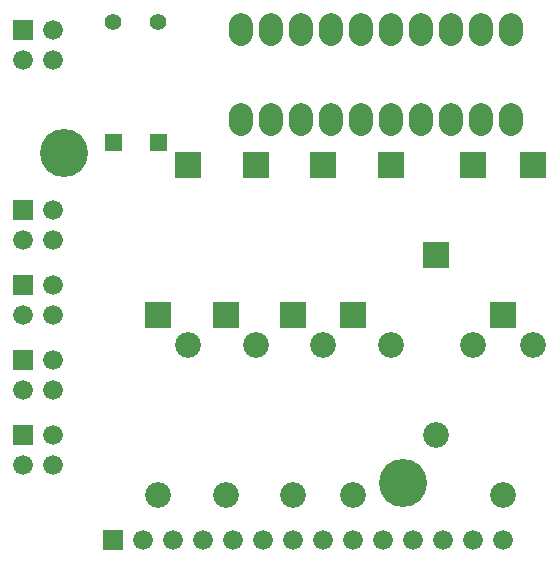
<source format=gbr>
G04 start of page 13 for group -4062 idx -4062 *
G04 Title: (unknown), soldermask *
G04 Creator: pcb 20140316 *
G04 CreationDate: Mon 21 Apr 2014 02:33:18 PM GMT UTC *
G04 For: vince *
G04 Format: Gerber/RS-274X *
G04 PCB-Dimensions (mil): 2000.00 2000.00 *
G04 PCB-Coordinate-Origin: lower left *
%MOIN*%
%FSLAX25Y25*%
%LNBOTTOMMASK*%
%ADD93C,0.1600*%
%ADD92C,0.0560*%
%ADD91C,0.0660*%
%ADD90C,0.0800*%
%ADD89C,0.0860*%
%ADD88C,0.0001*%
G54D88*G36*
X150700Y114300D02*Y105700D01*
X159300D01*
Y114300D01*
X150700D01*
G37*
G36*
X163200Y144300D02*Y135700D01*
X171800D01*
Y144300D01*
X163200D01*
G37*
G36*
X135700D02*Y135700D01*
X144300D01*
Y144300D01*
X135700D01*
G37*
G36*
X183200D02*Y135700D01*
X191800D01*
Y144300D01*
X183200D01*
G37*
G54D89*X72500Y80000D03*
G54D88*G36*
X173200Y94300D02*Y85700D01*
X181800D01*
Y94300D01*
X173200D01*
G37*
G54D89*X187500Y80000D03*
G54D88*G36*
X80700Y94300D02*Y85700D01*
X89300D01*
Y94300D01*
X80700D01*
G37*
G54D89*X167500Y80000D03*
X117500D03*
G54D88*G36*
X123200Y94300D02*Y85700D01*
X131800D01*
Y94300D01*
X123200D01*
G37*
G54D89*X140000Y80000D03*
X95000D03*
G54D88*G36*
X103200Y94300D02*Y85700D01*
X111800D01*
Y94300D01*
X103200D01*
G37*
G36*
X59700Y150300D02*Y144700D01*
X65300D01*
Y150300D01*
X59700D01*
G37*
G36*
X113200Y144300D02*Y135700D01*
X121800D01*
Y144300D01*
X113200D01*
G37*
G36*
X68200D02*Y135700D01*
X76800D01*
Y144300D01*
X68200D01*
G37*
G36*
X90700D02*Y135700D01*
X99300D01*
Y144300D01*
X90700D01*
G37*
G54D90*X90000Y155000D03*
X100000D03*
X110000D03*
X120000D03*
X130000D03*
X140000D03*
X150000D03*
X160000D03*
X170000D03*
X180000D03*
Y185000D03*
X170000D03*
X160000D03*
X150000D03*
X140000D03*
X130000D03*
X120000D03*
X110000D03*
X100000D03*
X90000D03*
G54D88*G36*
X14200Y78300D02*Y71700D01*
X20800D01*
Y78300D01*
X14200D01*
G37*
G54D91*X27500Y75000D03*
X17500Y65000D03*
X27500D03*
G54D88*G36*
X14200Y53300D02*Y46700D01*
X20800D01*
Y53300D01*
X14200D01*
G37*
G54D91*X27500Y50000D03*
X17500Y40000D03*
X27500D03*
X17500Y90000D03*
X27500D03*
G54D88*G36*
X14200Y103300D02*Y96700D01*
X20800D01*
Y103300D01*
X14200D01*
G37*
G36*
Y128300D02*Y121700D01*
X20800D01*
Y128300D01*
X14200D01*
G37*
G54D91*X17500Y115000D03*
G54D88*G36*
X14200Y188300D02*Y181700D01*
X20800D01*
Y188300D01*
X14200D01*
G37*
G54D91*X17500Y175000D03*
X27500Y100000D03*
Y125000D03*
Y115000D03*
Y185000D03*
Y175000D03*
G54D88*G36*
X44700Y150300D02*Y144700D01*
X50300D01*
Y150300D01*
X44700D01*
G37*
G54D92*X47500Y187500D03*
X62500D03*
G54D88*G36*
X58200Y94300D02*Y85700D01*
X66800D01*
Y94300D01*
X58200D01*
G37*
G54D93*X31000Y144000D03*
G54D88*G36*
X44200Y18300D02*Y11700D01*
X50800D01*
Y18300D01*
X44200D01*
G37*
G54D91*X57500Y15000D03*
X67500D03*
G54D89*X62500Y30000D03*
X85000D03*
G54D91*X77500Y15000D03*
X87500D03*
X97500D03*
X107500D03*
X117500D03*
X127500D03*
X137500D03*
G54D89*X127500Y30000D03*
X107500D03*
G54D91*X147500Y15000D03*
G54D93*X144000Y34000D03*
G54D91*X157500Y15000D03*
G54D89*X155000Y50000D03*
G54D91*X167500Y15000D03*
X177500D03*
G54D89*Y30000D03*
G54D90*X140000Y156500D02*Y153500D01*
X150000Y156500D02*Y153500D01*
X160000Y156500D02*Y153500D01*
X170000Y156500D02*Y153500D01*
X110000Y156500D02*Y153500D01*
X120000Y156500D02*Y153500D01*
X90000Y156500D02*Y153500D01*
X100000Y156500D02*Y153500D01*
X130000Y156500D02*Y153500D01*
X180000Y156500D02*Y153500D01*
Y186500D02*Y183500D01*
X170000Y186500D02*Y183500D01*
X160000Y186500D02*Y183500D01*
X150000Y186500D02*Y183500D01*
X140000Y186500D02*Y183500D01*
X130000Y186500D02*Y183500D01*
X120000Y186500D02*Y183500D01*
X110000Y186500D02*Y183500D01*
X100000Y186500D02*Y183500D01*
X90000Y186500D02*Y183500D01*
M02*

</source>
